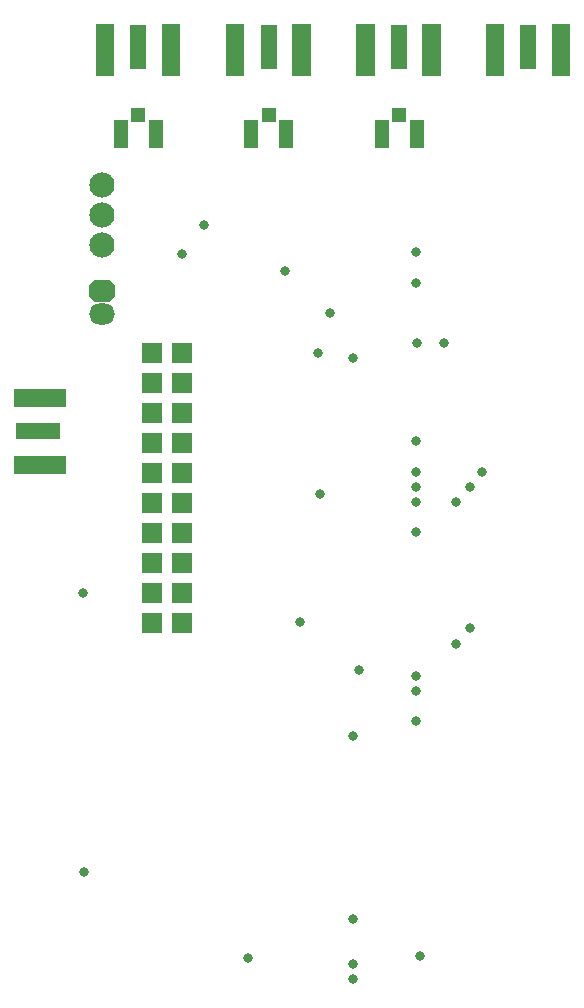
<source format=gts>
G04*
G04 #@! TF.GenerationSoftware,Altium Limited,Altium Designer,20.1.7 (139)*
G04*
G04 Layer_Color=8388736*
%FSLAX25Y25*%
%MOIN*%
G70*
G04*
G04 #@! TF.SameCoordinates,B477E5EB-4298-4D0D-9682-CB7A6047EE2C*
G04*
G04*
G04 #@! TF.FilePolarity,Negative*
G04*
G01*
G75*
%ADD13R,0.17335X0.06115*%
%ADD14R,0.05800X0.14973*%
%ADD15R,0.06115X0.17335*%
%ADD16R,0.04737X0.04934*%
%ADD17R,0.04934X0.09461*%
%ADD18R,0.14973X0.05800*%
%ADD19C,0.08400*%
G04:AMPARAMS|DCode=20|XSize=86.74mil|YSize=70.99mil|CornerRadius=0mil|HoleSize=0mil|Usage=FLASHONLY|Rotation=0.000|XOffset=0mil|YOffset=0mil|HoleType=Round|Shape=Octagon|*
%AMOCTAGOND20*
4,1,8,0.04337,-0.01775,0.04337,0.01775,0.02562,0.03550,-0.02562,0.03550,-0.04337,0.01775,-0.04337,-0.01775,-0.02562,-0.03550,0.02562,-0.03550,0.04337,-0.01775,0.0*
%
%ADD20OCTAGOND20*%

%ADD21O,0.08674X0.07099*%
%ADD22R,0.06706X0.06706*%
%ADD23C,0.03300*%
D13*
X664287Y389378D02*
D03*
Y411622D02*
D03*
D03*
Y389378D02*
D03*
D14*
X784000Y528500D02*
D03*
X697000D02*
D03*
X827000D02*
D03*
X740500D02*
D03*
D15*
X795122Y527713D02*
D03*
X772878D02*
D03*
X708122D02*
D03*
X685878D02*
D03*
X838122D02*
D03*
X815878D02*
D03*
X751622D02*
D03*
X729378D02*
D03*
X772545D02*
D03*
X794789D02*
D03*
X815878D02*
D03*
X838122D02*
D03*
X729211D02*
D03*
X751455D02*
D03*
X685878D02*
D03*
X708122D02*
D03*
D16*
X784000Y506000D02*
D03*
X697000D02*
D03*
X740500D02*
D03*
D17*
X778200Y499700D02*
D03*
X789814D02*
D03*
X691200D02*
D03*
X702814D02*
D03*
X734700D02*
D03*
X746314D02*
D03*
D18*
X663500Y400500D02*
D03*
D19*
X685000Y462500D02*
D03*
Y472500D02*
D03*
Y482500D02*
D03*
D20*
X684951Y447437D02*
D03*
D21*
X685049Y439563D02*
D03*
D22*
X701500Y426500D02*
D03*
X711500D02*
D03*
X701500Y416500D02*
D03*
X711500D02*
D03*
X701500Y406500D02*
D03*
X711500D02*
D03*
X701500Y396500D02*
D03*
X711500D02*
D03*
X701500Y386500D02*
D03*
X711500D02*
D03*
X701500Y376500D02*
D03*
X711500D02*
D03*
X701500Y366500D02*
D03*
X711500D02*
D03*
X701500Y356500D02*
D03*
X711500D02*
D03*
X701500Y346500D02*
D03*
X711500D02*
D03*
X701500Y336500D02*
D03*
X711500D02*
D03*
D23*
X718980Y469417D02*
D03*
X757000Y426500D02*
D03*
X768500Y425020D02*
D03*
X761000Y440000D02*
D03*
X711500Y459811D02*
D03*
X746000Y454000D02*
D03*
X789811Y460217D02*
D03*
X768500Y237980D02*
D03*
X660500Y400500D02*
D03*
X666500D02*
D03*
X663500D02*
D03*
X827000Y525000D02*
D03*
Y532000D02*
D03*
Y528500D02*
D03*
X697000Y525000D02*
D03*
Y532000D02*
D03*
Y528500D02*
D03*
X740500Y525000D02*
D03*
Y528500D02*
D03*
Y532000D02*
D03*
X784000Y525000D02*
D03*
X784000Y528500D02*
D03*
X784000Y532000D02*
D03*
X751000Y337000D02*
D03*
X789811Y397323D02*
D03*
X768500Y299020D02*
D03*
X733500Y225000D02*
D03*
X679000Y253764D02*
D03*
X678500Y346500D02*
D03*
X791000Y225500D02*
D03*
X768500Y217980D02*
D03*
Y223000D02*
D03*
X789500Y304000D02*
D03*
X770500Y321000D02*
D03*
X757500Y379500D02*
D03*
X789500Y367000D02*
D03*
X799000Y430000D02*
D03*
X790000D02*
D03*
X807500Y335000D02*
D03*
X803000Y377000D02*
D03*
X811500Y387000D02*
D03*
X803000Y329500D02*
D03*
X807500Y382000D02*
D03*
X789811Y314020D02*
D03*
Y319020D02*
D03*
X789811Y377126D02*
D03*
Y382126D02*
D03*
Y387126D02*
D03*
X789811Y450020D02*
D03*
M02*

</source>
